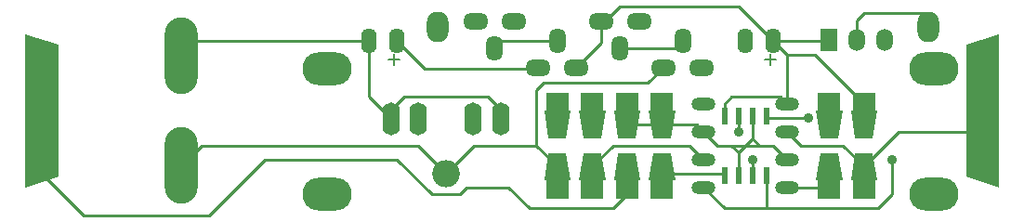
<source format=gtl>
G04 #@! TF.FileFunction,Copper,L1,Top,Signal*
%FSLAX46Y46*%
G04 Gerber Fmt 4.6, Leading zero omitted, Abs format (unit mm)*
G04 Created by KiCad (PCBNEW 4.0.2+dfsg1-stable) date vie 27 ene 2017 02:06:00 CET*
%MOMM*%
G01*
G04 APERTURE LIST*
%ADD10C,0.150000*%
%ADD11O,4.500000X3.000000*%
%ADD12O,3.000000X7.000000*%
%ADD13O,2.500000X2.500000*%
%ADD14O,1.600000X3.000000*%
%ADD15O,1.397000X2.300000*%
%ADD16O,1.524000X2.300000*%
%ADD17O,2.300000X1.524000*%
%ADD18R,1.998980X1.998980*%
%ADD19O,2.000000X2.800000*%
%ADD20R,1.500000X2.000000*%
%ADD21O,1.500000X2.000000*%
%ADD22O,2.200000X1.200000*%
%ADD23R,0.600000X1.550000*%
%ADD24C,0.889000*%
%ADD25C,0.254000*%
G04 APERTURE END LIST*
D10*
X18145760Y4015740D02*
X17645380Y4015740D01*
X18145760Y4015740D02*
X18145760Y3515360D01*
X18646140Y4015740D02*
X18145760Y4015740D01*
X18145760Y4015740D02*
X18145760Y4414520D01*
X18145760Y4414520D02*
X18145760Y4516120D01*
X-16144240Y4015740D02*
X-16644620Y4015740D01*
X-16144240Y4015740D02*
X-16144240Y3515360D01*
X-15643860Y4015740D02*
X-16144240Y4015740D01*
X-16144240Y4015740D02*
X-16144240Y4414520D01*
X-16144240Y4414520D02*
X-16144240Y4516120D01*
D11*
X-22225000Y3175000D03*
X-22225000Y-8255000D03*
X33020000Y3175000D03*
D12*
X-35560000Y4365000D03*
X-35560000Y-5635000D03*
D13*
X-11430000Y-6350000D03*
D14*
X-13930000Y-1350000D03*
X-16430000Y-1350000D03*
X-6430000Y-1350000D03*
X-8930000Y-1350000D03*
D10*
G36*
X38965000Y-7635000D02*
X35965000Y-6635000D01*
X35965000Y5365000D01*
X38965000Y6365000D01*
X38965000Y-7635000D01*
X38965000Y-7635000D01*
G37*
D15*
X15875000Y5715000D03*
X18415000Y5715000D03*
X-18415000Y5715000D03*
X-15875000Y5715000D03*
D16*
X4445000Y5080000D03*
D17*
X6215000Y7485000D03*
X2715000Y7485000D03*
D16*
X10160000Y5715000D03*
D17*
X8390000Y3310000D03*
X11890000Y3310000D03*
D16*
X-1270000Y5715000D03*
D17*
X-3040000Y3310000D03*
X460000Y3310000D03*
D16*
X-6985000Y5080000D03*
D17*
X-5215000Y7485000D03*
X-8715000Y7485000D03*
D10*
G36*
X-49760000Y6365000D02*
X-46760000Y5365000D01*
X-46760000Y-6635000D01*
X-49760000Y-7635000D01*
X-49760000Y6365000D01*
X-49760000Y6365000D01*
G37*
G36*
X24693880Y-6973000D02*
X22296120Y-6973000D01*
X22694900Y-4473000D01*
X24295100Y-4473000D01*
X24693880Y-6973000D01*
X24693880Y-6973000D01*
G37*
G36*
X22296120Y-647000D02*
X24693880Y-647000D01*
X24295100Y-3147000D01*
X22694900Y-3147000D01*
X22296120Y-647000D01*
X22296120Y-647000D01*
G37*
D18*
X23495000Y-7620000D03*
X23495000Y0D03*
D10*
G36*
X7056120Y-647000D02*
X9453880Y-647000D01*
X9055100Y-3147000D01*
X7454900Y-3147000D01*
X7056120Y-647000D01*
X7056120Y-647000D01*
G37*
G36*
X9453880Y-6973000D02*
X7056120Y-6973000D01*
X7454900Y-4473000D01*
X9055100Y-4473000D01*
X9453880Y-6973000D01*
X9453880Y-6973000D01*
G37*
D18*
X8255000Y0D03*
X8255000Y-7620000D03*
D10*
G36*
X6278880Y-6973000D02*
X3881120Y-6973000D01*
X4279900Y-4473000D01*
X5880100Y-4473000D01*
X6278880Y-6973000D01*
X6278880Y-6973000D01*
G37*
G36*
X3881120Y-647000D02*
X6278880Y-647000D01*
X5880100Y-3147000D01*
X4279900Y-3147000D01*
X3881120Y-647000D01*
X3881120Y-647000D01*
G37*
D18*
X5080000Y-7620000D03*
X5080000Y0D03*
D10*
G36*
X25471120Y-647000D02*
X27868880Y-647000D01*
X27470100Y-3147000D01*
X25869900Y-3147000D01*
X25471120Y-647000D01*
X25471120Y-647000D01*
G37*
G36*
X27868880Y-6973000D02*
X25471120Y-6973000D01*
X25869900Y-4473000D01*
X27470100Y-4473000D01*
X27868880Y-6973000D01*
X27868880Y-6973000D01*
G37*
D18*
X26670000Y0D03*
X26670000Y-7620000D03*
D10*
G36*
X706120Y-647000D02*
X3103880Y-647000D01*
X2705100Y-3147000D01*
X1104900Y-3147000D01*
X706120Y-647000D01*
X706120Y-647000D01*
G37*
G36*
X3103880Y-6973000D02*
X706120Y-6973000D01*
X1104900Y-4473000D01*
X2705100Y-4473000D01*
X3103880Y-6973000D01*
X3103880Y-6973000D01*
G37*
D18*
X1905000Y0D03*
X1905000Y-7620000D03*
D10*
G36*
X-2468880Y-647000D02*
X-71120Y-647000D01*
X-469900Y-3147000D01*
X-2070100Y-3147000D01*
X-2468880Y-647000D01*
X-2468880Y-647000D01*
G37*
G36*
X-71120Y-6973000D02*
X-2468880Y-6973000D01*
X-2070100Y-4473000D01*
X-469900Y-4473000D01*
X-71120Y-6973000D01*
X-71120Y-6973000D01*
G37*
D18*
X-1270000Y0D03*
X-1270000Y-7620000D03*
D19*
X32510000Y6985000D03*
X-12190000Y6985000D03*
D20*
X23495000Y5815000D03*
D21*
X26035000Y5815000D03*
X28575000Y5815000D03*
D22*
X12065000Y-2540000D03*
D23*
X13970000Y-6510000D03*
X15240000Y-6510000D03*
X16510000Y-6510000D03*
X17780000Y-6510000D03*
X17780000Y-1110000D03*
X16510000Y-1110000D03*
X15240000Y-1110000D03*
X13970000Y-1110000D03*
D22*
X12065000Y0D03*
X12065000Y-5080000D03*
X12065000Y-7620000D03*
X19685000Y-7620000D03*
X19685000Y-5080000D03*
X19685000Y-2540000D03*
X19685000Y0D03*
D11*
X33020000Y-8255000D03*
D24*
X29210000Y-5080000D03*
X15240000Y-2540000D03*
X16510000Y-5080000D03*
X21590000Y-1270000D03*
D25*
X8255000Y-7620000D02*
X8255000Y-5723000D01*
X23495000Y0D02*
X23495000Y-1897000D01*
X13970000Y-6510000D02*
X13810000Y-6350000D01*
X13810000Y-6350000D02*
X8882000Y-6350000D01*
X8882000Y-6350000D02*
X8255000Y-5723000D01*
X26670000Y0D02*
X26670000Y-1897000D01*
X12065000Y-7620000D02*
X13970000Y-9525000D01*
X13970000Y-9525000D02*
X17780000Y-9525000D01*
X17780000Y-9525000D02*
X18415000Y-9525000D01*
X29210000Y-8255000D02*
X29210000Y-5080000D01*
X27940000Y-9525000D02*
X29210000Y-8255000D01*
X19050000Y-9525000D02*
X27940000Y-9525000D01*
X18415000Y-9525000D02*
X19050000Y-9525000D01*
X17780000Y-7620000D02*
X17780000Y-9525000D01*
X17780000Y-7620000D02*
X17780000Y-6510000D01*
X13970000Y-1110000D02*
X13970000Y0D01*
X14605000Y635000D02*
X19050000Y635000D01*
X13970000Y0D02*
X14605000Y635000D01*
X19050000Y635000D02*
X19685000Y0D01*
X19685000Y4445000D02*
X22225000Y4445000D01*
X22225000Y4445000D02*
X26670000Y0D01*
X18415000Y5715000D02*
X19685000Y4445000D01*
X19685000Y4445000D02*
X19685000Y0D01*
X460000Y3310000D02*
X2715000Y5565000D01*
X2715000Y5565000D02*
X2715000Y7160000D01*
X2715000Y7160000D02*
X4445000Y8890000D01*
X4445000Y8890000D02*
X15240000Y8890000D01*
X15240000Y8890000D02*
X18415000Y5715000D01*
X18415000Y5715000D02*
X23395000Y5715000D01*
X23395000Y5715000D02*
X23495000Y5815000D01*
X-18415000Y5715000D02*
X-34210000Y5715000D01*
X-34210000Y5715000D02*
X-35560000Y4365000D01*
X-16430000Y-1350000D02*
X-16430000Y-555000D01*
X-16430000Y-555000D02*
X-15240000Y635000D01*
X-7620000Y635000D02*
X-6430000Y-555000D01*
X-15240000Y635000D02*
X-7620000Y635000D01*
X-6430000Y-555000D02*
X-6430000Y-1350000D01*
X-18415000Y635000D02*
X-16430000Y-1350000D01*
X-18415000Y5715000D02*
X-18415000Y635000D01*
X-3040000Y3310000D02*
X-3175000Y3175000D01*
X-3175000Y3175000D02*
X-13335000Y3175000D01*
X-13335000Y3175000D02*
X-15875000Y5715000D01*
X-3810000Y-9525000D02*
X-5715000Y-7620000D01*
X3810000Y-9525000D02*
X-3810000Y-9525000D01*
X5080000Y-8255000D02*
X3810000Y-9525000D01*
X-44450000Y-10160000D02*
X-48260000Y-6350000D01*
X-38100000Y-10160000D02*
X-44450000Y-10160000D01*
X-33020000Y-10160000D02*
X-38100000Y-10160000D01*
X-27940000Y-5080000D02*
X-33020000Y-10160000D01*
X-15875000Y-5080000D02*
X-27940000Y-5080000D01*
X-12700000Y-8255000D02*
X-15875000Y-5080000D01*
X-10160000Y-8255000D02*
X-12700000Y-8255000D01*
X-9525000Y-7620000D02*
X-10160000Y-8255000D01*
X-5715000Y-7620000D02*
X-9525000Y-7620000D01*
X-48260000Y-6350000D02*
X-48260000Y-635000D01*
X5080000Y-7620000D02*
X5080000Y-8255000D01*
X5080000Y-7620000D02*
X5080000Y-5723000D01*
X9525000Y5080000D02*
X4445000Y5080000D01*
X1905000Y0D02*
X1905000Y-1897000D01*
X15240000Y-2540000D02*
X15240000Y-1110000D01*
X26670000Y-5723000D02*
X26670000Y-5715000D01*
X26670000Y-5715000D02*
X29845000Y-2540000D01*
X29845000Y-2540000D02*
X37465000Y-2540000D01*
X26670000Y-5723000D02*
X24765000Y-3818000D01*
X20963000Y-3818000D02*
X19685000Y-2540000D01*
X22233000Y-3818000D02*
X20963000Y-3818000D01*
X24765000Y-3818000D02*
X22233000Y-3818000D01*
X26670000Y-7620000D02*
X26670000Y-5723000D01*
X1905000Y-7620000D02*
X1905000Y-5723000D01*
X3818000Y-3810000D02*
X1905000Y-5723000D01*
X16510000Y-5715000D02*
X16510000Y-6510000D01*
X16510000Y-5080000D02*
X16510000Y-5715000D01*
X12065000Y-5080000D02*
X10795000Y-3810000D01*
X10795000Y-3810000D02*
X3818000Y-3810000D01*
X-1270000Y0D02*
X-1270000Y-1897000D01*
X-1270000Y5715000D02*
X-6350000Y5715000D01*
X-6350000Y5715000D02*
X-6985000Y5080000D01*
X-1270000Y5080000D02*
X-1905000Y5715000D01*
X26035000Y5815000D02*
X26035000Y7620000D01*
X32385000Y8255000D02*
X32510000Y6985000D01*
X26670000Y8255000D02*
X32385000Y8255000D01*
X26035000Y7620000D02*
X26670000Y8255000D01*
X26035000Y5815000D02*
X26135000Y5815000D01*
X-10160000Y-5080000D02*
X-11430000Y-6350000D01*
X-11430000Y-6350000D02*
X-13970000Y-3810000D01*
X-13970000Y-3810000D02*
X-33655000Y-3810000D01*
X-33655000Y-3810000D02*
X-35480000Y-5635000D01*
X-35480000Y-5635000D02*
X-35560000Y-5635000D01*
X-10795000Y-5715000D02*
X-10160000Y-5080000D01*
X-10160000Y-5080000D02*
X-8890000Y-3810000D01*
X-8890000Y-3810000D02*
X-3175000Y-3810000D01*
X-1270000Y-7620000D02*
X-1270000Y-5715000D01*
X-1270000Y-5715000D02*
X-3175000Y-3810000D01*
X6985000Y1905000D02*
X8390000Y3310000D01*
X-2540000Y1905000D02*
X6985000Y1905000D01*
X-3175000Y1270000D02*
X-2540000Y1905000D01*
X-3175000Y-3810000D02*
X-3175000Y1270000D01*
X-1270000Y-7620000D02*
X-1270000Y-5723000D01*
X17780000Y-1110000D02*
X17940000Y-1270000D01*
X17940000Y-1270000D02*
X21590000Y-1270000D01*
X19685000Y-7620000D02*
X23495000Y-7620000D01*
X23495000Y-7620000D02*
X23495000Y-5723000D01*
X16510000Y-3175000D02*
X17145000Y-3810000D01*
X15240000Y-4445000D02*
X14605000Y-3810000D01*
X15240000Y-6510000D02*
X15240000Y-4445000D01*
X16510000Y-3175000D02*
X16510000Y-1110000D01*
X15240000Y-4445000D02*
X16510000Y-3175000D01*
X12065000Y-2540000D02*
X13335000Y-3810000D01*
X13335000Y-3810000D02*
X14605000Y-3810000D01*
X18415000Y-3810000D02*
X19685000Y-5080000D01*
X17780000Y-3810000D02*
X18415000Y-3810000D01*
X17145000Y-3810000D02*
X17780000Y-3810000D01*
X14605000Y-3810000D02*
X17145000Y-3810000D01*
X8255000Y-1897000D02*
X11422000Y-1897000D01*
X11422000Y-1897000D02*
X12065000Y-2540000D01*
X8255000Y-1897000D02*
X5080000Y-1897000D01*
X8255000Y0D02*
X8255000Y-1897000D01*
X5080000Y0D02*
X5080000Y-1897000D01*
M02*

</source>
